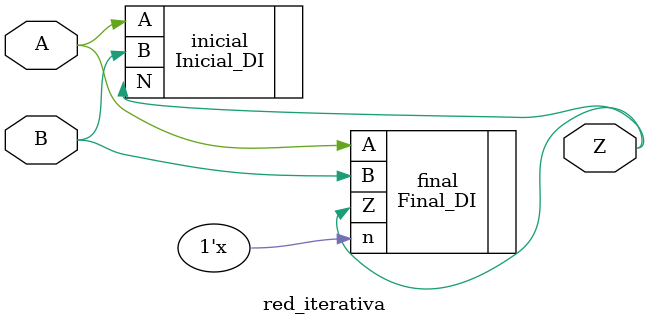
<source format=v>
`include "celda_inicial.v"
`include "celda_tipica.v"
`include "celda_final.v"

module red_iterativa #(parameter K = 1) (
  input [K-1:0] A, 
  input [K-1:0] B,
  output [K-1:0] Z
);

  // Módulo inicial para comparar el bit menos significativo
  Inicial_DI inicial(
    .A(A[0]),
    .B(B[0]),
    .N(Z[0])  // N de Inicial_DI conectado a Z en red_iterativa
  );


  // Módulo típico para comparar los bits intermedios
  genvar i;
  generate
    for (i = 1; i < K-1; i = i + 1) begin : serie_tipica
      Tipica_DI tipico(
        .n(Z[i-1]),  // Conectar la salida de la instancia anterior a la entrada n en el tipico actual
        .A(A[i]),
        .B(B[i]),
        .N(Z[i])
      );
    end
  endgenerate

  // Módulo final para comparar el bit más significativo
  Final_DI final(
    .n(Z[K-2]),  // Conectar la salida del último Tipica_DI a la entrada n en el Final_DI
    .A(A[K-1]),
    .B(B[K-1]),
    .Z(Z[K-1])
  );


endmodule

</source>
